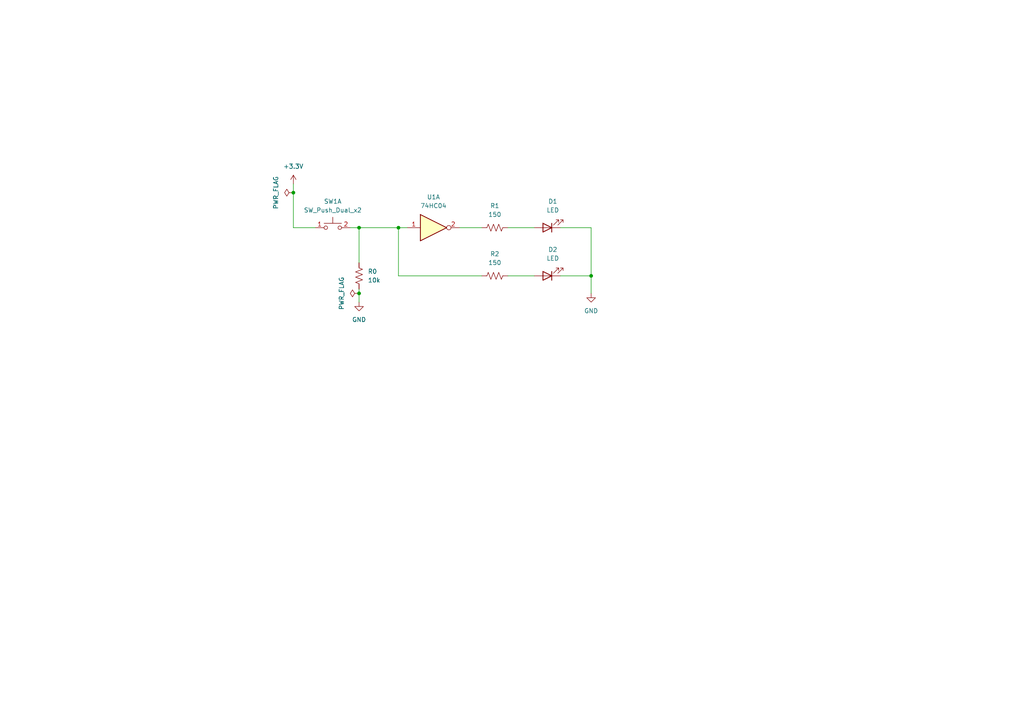
<source format=kicad_sch>
(kicad_sch (version 20211123) (generator eeschema)
  (paper "A4")
  (lib_symbols
    (symbol "74xx:74HC04"
      (property "Reference" "U" (at 0 1.27 0))
      (property "Value" "74HC04" (at 0 -1.27 0))
      (symbol "74HC04_1_0"
        (polyline (pts (xy -3.81 3.81) (xy -3.81 -3.81) (xy 3.81 0) (xy -3.81 3.81)) (stroke (width 0.254)) (fill (type background)))
        (pin input line (at -7.62 0 0) (length 3.81) (name "~") (number "1"))
        (pin output inverted (at 7.62 0 180) (length 3.81) (name "~") (number "2"))
      )
      (symbol "74HC04_2_0"
        (polyline (pts (xy -3.81 3.81) (xy -3.81 -3.81) (xy 3.81 0) (xy -3.81 3.81)) (stroke (width 0.254)) (fill (type background)))
        (pin input line (at -7.62 0 0) (length 3.81) (name "~") (number "3"))
        (pin output inverted (at 7.62 0 180) (length 3.81) (name "~") (number "4"))
      )
      (symbol "74HC04_3_0"
        (polyline (pts (xy -3.81 3.81) (xy -3.81 -3.81) (xy 3.81 0) (xy -3.81 3.81)) (stroke (width 0.254)) (fill (type background)))
        (pin input line (at -7.62 0 0) (length 3.81) (name "~") (number "5"))
        (pin output inverted (at 7.62 0 180) (length 3.81) (name "~") (number "6"))
      )
      (symbol "74HC04_4_0"
        (polyline (pts (xy -3.81 3.81) (xy -3.81 -3.81) (xy 3.81 0) (xy -3.81 3.81)) (stroke (width 0.254)) (fill (type background)))
        (pin output inverted (at 7.62 0 180) (length 3.81) (name "~") (number "8"))
        (pin input line (at -7.62 0 0) (length 3.81) (name "~") (number "9"))
      )
      (symbol "74HC04_5_0"
        (polyline (pts (xy -3.81 3.81) (xy -3.81 -3.81) (xy 3.81 0) (xy -3.81 3.81)) (stroke (width 0.254)) (fill (type background)))
        (pin output inverted (at 7.62 0 180) (length 3.81) (name "~") (number "10"))
        (pin input line (at -7.62 0 0) (length 3.81) (name "~") (number "11"))
      )
      (symbol "74HC04_6_0"
        (polyline (pts (xy -3.81 3.81) (xy -3.81 -3.81) (xy 3.81 0) (xy -3.81 3.81)) (stroke (width 0.254)) (fill (type background)))
        (pin output inverted (at 7.62 0 180) (length 3.81) (name "~") (number "12"))
        (pin input line (at -7.62 0 0) (length 3.81) (name "~") (number "13"))
      )
      (symbol "74HC04_7_0"
        (pin power_in line (at 0 12.7 270) (length 5.08) (name "VCC") (number "14"))
        (pin power_in line (at 0 -12.7 90) (length 5.08) (name "GND") (number "7"))
      )
      (symbol "74HC04_7_1"
        (rectangle (start -5.08 7.62) (end 5.08 -7.62) (stroke (width 0.254)) (fill (type background)))
      )
    )
    (symbol "Device:LED" (pin_numbers hide) (pin_names (offset 1.016) hide)
      (property "Reference" "D" (at 0 2.54 0))
      (property "Value" "LED" (at 0 -2.54 0))
      (symbol "LED_0_1"
        (polyline (pts (xy -1.27 -1.27) (xy -1.27 1.27)) (stroke (width 0.254)))
        (polyline (pts (xy -1.27 0) (xy 1.27 0)))
        (polyline (pts (xy 1.27 -1.27) (xy 1.27 1.27) (xy -1.27 0) (xy 1.27 -1.27)) (stroke (width 0.254)))
        (polyline (pts (xy -3.048 -0.762) (xy -4.572 -2.286) (xy -3.81 -2.286) (xy -4.572 -2.286) (xy -4.572 -1.524)))
        (polyline (pts (xy -1.778 -0.762) (xy -3.302 -2.286) (xy -2.54 -2.286) (xy -3.302 -2.286) (xy -3.302 -1.524)))
      )
      (symbol "LED_1_1"
        (pin passive line (at -3.81 0 0) (length 2.54) (name "K") (number "1"))
        (pin passive line (at 3.81 0 180) (length 2.54) (name "A") (number "2"))
      )
    )
    (symbol "Device:R_US" (pin_numbers hide) (pin_names (offset 0))
      (property "Reference" "R" (at 2.54 0 90))
      (property "Value" "R_US" (at -2.54 0 90))
      (symbol "R_US_0_1"
        (polyline (pts (xy 0 -2.286) (xy 0 -2.54)))
        (polyline (pts (xy 0 2.286) (xy 0 2.54)))
        (polyline (pts (xy 0 -0.762) (xy 1.016 -1.143) (xy 0 -1.524) (xy -1.016 -1.905) (xy 0 -2.286)))
        (polyline (pts (xy 0 0.762) (xy 1.016 0.381) (xy 0 0) (xy -1.016 -0.381) (xy 0 -0.762)))
        (polyline (pts (xy 0 2.286) (xy 1.016 1.905) (xy 0 1.524) (xy -1.016 1.143) (xy 0 0.762)))
      )
      (symbol "R_US_1_1"
        (pin passive line (at 0 3.81 270) (length 1.27) (name "~") (number "1"))
        (pin passive line (at 0 -3.81 90) (length 1.27) (name "~") (number "2"))
      )
    )
    (symbol "Switch:SW_Push_Dual_x2" (pin_names (offset 1.016) hide)
      (property "Reference" "SW" (at 1.27 2.54 0))
      (property "Value" "SW_Push_Dual_x2" (at 0 -1.524 0))
      (symbol "SW_Push_Dual_x2_0_1"
        (circle (center -2.032 0) (radius 0.508))
        (polyline (pts (xy 0 1.27) (xy 0 3.048)))
        (polyline (pts (xy 2.54 1.27) (xy -2.54 1.27)))
        (circle (center 2.032 0) (radius 0.508))
      )
      (symbol "SW_Push_Dual_x2_1_1"
        (pin passive line (at -5.08 0 0) (length 2.54) (name "C") (number "1"))
        (pin passive line (at 5.08 0 180) (length 2.54) (name "D") (number "2"))
      )
      (symbol "SW_Push_Dual_x2_2_1"
        (pin passive line (at -5.08 0 0) (length 2.54) (name "C") (number "3"))
        (pin passive line (at 5.08 0 180) (length 2.54) (name "D") (number "4"))
      )
    )
    (symbol "power:+3.3V" (power) (pin_names (offset 0))
      (property "Value" "+3.3V" (at 0 3.556 0))
      (symbol "+3.3V_0_1"
        (polyline (pts (xy -0.762 1.27) (xy 0 2.54)))
        (polyline (pts (xy 0 0) (xy 0 2.54)))
        (polyline (pts (xy 0 2.54) (xy 0.762 1.27)))
      )
      (symbol "+3.3V_1_1"
        (pin power_in line (at 0 0 90) (length 0) hide (name "+3.3V") (number "1"))
      )
    )
    (symbol "power:GND" (power) (pin_names (offset 0))
      (property "Value" "GND" (at 0 -3.81 0))
      (symbol "GND_0_1"
        (polyline (pts (xy 0 0) (xy 0 -1.27) (xy 1.27 -1.27) (xy 0 -2.54) (xy -1.27 -1.27) (xy 0 -1.27)))
      )
      (symbol "GND_1_1"
        (pin power_in line (at 0 0 270) (length 0) hide (name "GND") (number "1"))
      )
    )
    (symbol "power:PWR_FLAG" (power) (pin_numbers hide) (pin_names (offset 0) hide)
      (property "Value" "PWR_FLAG" (at 0 3.81 0))
      (symbol "PWR_FLAG_0_0"
        (pin power_out line (at 0 0 90) (length 0) (name "pwr") (number "1"))
      )
      (symbol "PWR_FLAG_0_1"
        (polyline (pts (xy 0 0) (xy 0 1.27) (xy -1.016 1.905) (xy 0 2.54) (xy 1.016 1.905) (xy 0 1.27)))
      )
    )
  )
  (junction (at 104.14 66.04))
  (junction (at 104.14 85.09))
  (junction (at 85.09 55.88))
  (junction (at 171.45 80.01))
  (junction (at 115.57 66.04))
  (wire (pts (xy 85.09 53.34) (xy 85.09 55.88)))
  (wire (pts (xy 162.56 66.04) (xy 171.45 66.04)))
  (wire (pts (xy 115.57 66.04) (xy 118.11 66.04)))
  (wire (pts (xy 85.09 55.88) (xy 85.09 66.04)))
  (wire (pts (xy 101.6 66.04) (xy 104.14 66.04)))
  (wire (pts (xy 104.14 85.09) (xy 104.14 87.63)))
  (wire (pts (xy 115.57 66.04) (xy 115.57 80.01)))
  (wire (pts (xy 162.56 80.01) (xy 171.45 80.01)))
  (wire (pts (xy 115.57 80.01) (xy 139.7 80.01)))
  (wire (pts (xy 104.14 83.82) (xy 104.14 85.09)))
  (wire (pts (xy 147.32 80.01) (xy 154.94 80.01)))
  (wire (pts (xy 133.35 66.04) (xy 139.7 66.04)))
  (wire (pts (xy 147.32 66.04) (xy 154.94 66.04)))
  (wire (pts (xy 171.45 80.01) (xy 171.45 85.09)))
  (wire (pts (xy 104.14 66.04) (xy 104.14 76.2)))
  (wire (pts (xy 104.14 66.04) (xy 115.57 66.04)))
  (wire (pts (xy 171.45 66.04) (xy 171.45 80.01)))
  (wire (pts (xy 85.09 66.04) (xy 91.44 66.04)))
  (symbol (lib_id "power:GND") (at 104.14 87.63 0) (unit 1)
    (property "Reference" "#PWR0103" (effects hide))
    (property "Value" "GND" (at 104.14 92.71 0))
  )
  (symbol (lib_id "74xx:74HC04") (at 125.73 66.04 0) (unit 1)
    (property "Reference" "U1" (at 125.73 57.15 0))
    (property "Value" "74HC04" (at 125.73 59.69 0))
    (property "Datasheet" "https://assets.nexperia.com/documents/data-sheet/74HC_HCT04.pdf" (effects hide))
  )
  (symbol (lib_id "Device:R_US") (at 143.51 80.01 90) (unit 1)
    (property "Reference" "R2" (at 143.51 73.66 90))
    (property "Value" "150" (at 143.51 76.2 90))
  )
  (symbol (lib_id "Device:R_US") (at 104.14 80.01 0) (unit 1)
    (property "Reference" "R0" (at 106.68 78.7399 0) (effects (justify left)))
    (property "Value" "10k" (at 106.68 81.2799 0) (effects (justify left)))
  )
  (symbol (lib_id "power:PWR_FLAG") (at 104.14 85.09 90) (unit 1)
    (property "Reference" "#FLG0102" (effects hide))
    (property "Value" "PWR_FLAG" (at 99.06 85.09 0))
  )
  (symbol (lib_id "power:+3.3V") (at 85.09 53.34 0) (unit 1)
    (property "Reference" "#PWR0102" (effects hide))
    (property "Value" "+3.3V" (at 85.09 48.26 0))
  )
  (symbol (lib_id "Switch:SW_Push_Dual_x2") (at 96.52 66.04 0) (unit 1)
    (property "Reference" "SW1" (at 96.52 58.42 0))
    (property "Value" "SW_Push_Dual_x2" (at 96.52 60.96 0))
  )
  (symbol (lib_id "Device:R_US") (at 143.51 66.04 90) (unit 1)
    (property "Reference" "R1" (at 143.51 59.69 90))
    (property "Value" "150" (at 143.51 62.23 90))
  )
  (symbol (lib_id "power:PWR_FLAG") (at 85.09 55.88 90) (unit 1)
    (property "Reference" "#FLG0101" (effects hide))
    (property "Value" "PWR_FLAG" (at 80.01 55.88 0))
  )
  (symbol (lib_id "Device:LED") (at 158.75 80.01 180) (unit 1)
    (property "Reference" "D2" (at 160.3375 72.39 0))
    (property "Value" "LED" (at 160.3375 74.93 0))
  )
  (symbol (lib_id "Device:LED") (at 158.75 66.04 180) (unit 1)
    (property "Reference" "D1" (at 160.3375 58.42 0))
    (property "Value" "LED" (at 160.3375 60.96 0))
  )
  (symbol (lib_id "power:GND") (at 171.45 85.09 0) (unit 1)
    (property "Reference" "#PWR0101" (effects hide))
    (property "Value" "GND" (at 171.45 90.17 0))
  )
)
</source>
